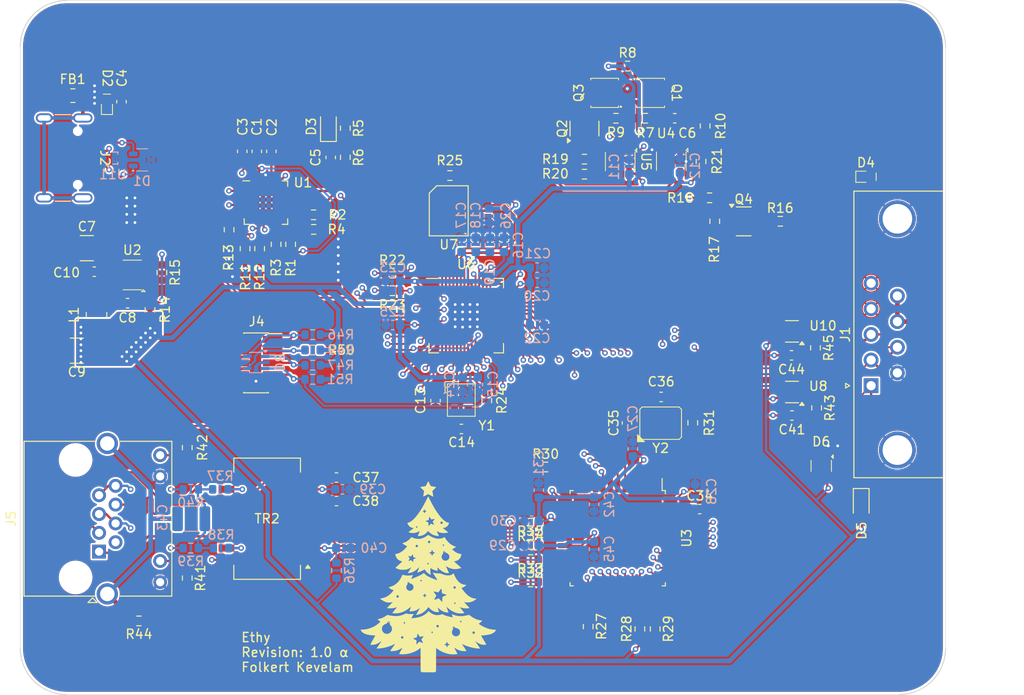
<source format=kicad_pcb>
(kicad_pcb
	(version 20241229)
	(generator "pcbnew")
	(generator_version "9.0")
	(general
		(thickness 1.6)
		(legacy_teardrops no)
	)
	(paper "A4")
	(layers
		(0 "F.Cu" signal)
		(4 "In1.Cu" signal)
		(6 "In2.Cu" signal)
		(2 "B.Cu" signal)
		(9 "F.Adhes" user "F.Adhesive")
		(11 "B.Adhes" user "B.Adhesive")
		(13 "F.Paste" user)
		(15 "B.Paste" user)
		(5 "F.SilkS" user "F.Silkscreen")
		(7 "B.SilkS" user "B.Silkscreen")
		(1 "F.Mask" user)
		(3 "B.Mask" user)
		(17 "Dwgs.User" user "User.Drawings")
		(19 "Cmts.User" user "User.Comments")
		(21 "Eco1.User" user "User.Eco1")
		(23 "Eco2.User" user "User.Eco2")
		(25 "Edge.Cuts" user)
		(27 "Margin" user)
		(31 "F.CrtYd" user "F.Courtyard")
		(29 "B.CrtYd" user "B.Courtyard")
		(35 "F.Fab" user)
		(33 "B.Fab" user)
		(39 "User.1" user)
		(41 "User.2" user)
		(43 "User.3" user)
		(45 "User.4" user)
	)
	(setup
		(stackup
			(layer "F.SilkS"
				(type "Top Silk Screen")
			)
			(layer "F.Paste"
				(type "Top Solder Paste")
			)
			(layer "F.Mask"
				(type "Top Solder Mask")
				(thickness 0.01)
			)
			(layer "F.Cu"
				(type "copper")
				(thickness 0.035)
			)
			(layer "dielectric 1"
				(type "prepreg")
				(thickness 0.1)
				(material "FR4")
				(epsilon_r 4.5)
				(loss_tangent 0.02)
			)
			(layer "In1.Cu"
				(type "copper")
				(thickness 0.035)
			)
			(layer "dielectric 2"
				(type "core")
				(thickness 1.24)
				(material "FR4")
				(epsilon_r 4.5)
				(loss_tangent 0.02)
			)
			(layer "In2.Cu"
				(type "copper")
				(thickness 0.035)
			)
			(layer "dielectric 3"
				(type "prepreg")
				(thickness 0.1)
				(material "FR4")
				(epsilon_r 4.5)
				(loss_tangent 0.02)
			)
			(layer "B.Cu"
				(type "copper")
				(thickness 0.035)
			)
			(layer "B.Mask"
				(type "Bottom Solder Mask")
				(thickness 0.01)
			)
			(layer "B.Paste"
				(type "Bottom Solder Paste")
			)
			(layer "B.SilkS"
				(type "Bottom Silk Screen")
			)
			(copper_finish "None")
			(dielectric_constraints no)
		)
		(pad_to_mask_clearance 0)
		(allow_soldermask_bridges_in_footprints no)
		(tenting front back)
		(pcbplotparams
			(layerselection 0x00000000_00000000_55555555_5755f5ff)
			(plot_on_all_layers_selection 0x00000000_00000000_00000000_00000000)
			(disableapertmacros no)
			(usegerberextensions no)
			(usegerberattributes yes)
			(usegerberadvancedattributes yes)
			(creategerberjobfile yes)
			(dashed_line_dash_ratio 12.000000)
			(dashed_line_gap_ratio 3.000000)
			(svgprecision 4)
			(plotframeref no)
			(mode 1)
			(useauxorigin no)
			(hpglpennumber 1)
			(hpglpenspeed 20)
			(hpglpendiameter 15.000000)
			(pdf_front_fp_property_popups yes)
			(pdf_back_fp_property_popups yes)
			(pdf_metadata yes)
			(pdf_single_document no)
			(dxfpolygonmode yes)
			(dxfimperialunits yes)
			(dxfusepcbnewfont yes)
			(psnegative no)
			(psa4output no)
			(plot_black_and_white yes)
			(sketchpadsonfab no)
			(plotpadnumbers no)
			(hidednponfab no)
			(sketchdnponfab yes)
			(crossoutdnponfab yes)
			(subtractmaskfromsilk no)
			(outputformat 1)
			(mirror no)
			(drillshape 0)
			(scaleselection 1)
			(outputdirectory "output/")
		)
	)
	(net 0 "")
	(net 1 "/Power/2v7")
	(net 2 "GND")
	(net 3 "Net-(U1-VREG_1V2)")
	(net 4 "Net-(U1-VDD)")
	(net 5 "/Power/Vbus")
	(net 6 "Net-(D3-K)")
	(net 7 "Net-(C6-Pad1)")
	(net 8 "+VDC")
	(net 9 "Net-(U2-CB)")
	(net 10 "Net-(U2-SW)")
	(net 11 "+3V3")
	(net 12 "Net-(U6-Xin)")
	(net 13 "Net-(C14-Pad2)")
	(net 14 "+1V1")
	(net 15 "Net-(U3-Vcap)")
	(net 16 "Net-(U3-OSC1)")
	(net 17 "Net-(C36-Pad1)")
	(net 18 "MAG_IN+")
	(net 19 "TPIN+")
	(net 20 "MAG_IN-")
	(net 21 "TPIN-")
	(net 22 "MAG_IN_Center")
	(net 23 "MAG_OUT_Center")
	(net 24 "Net-(C43-Pad2)")
	(net 25 "GNDPWR")
	(net 26 "/Power/CC2")
	(net 27 "/Power/CC1")
	(net 28 "Net-(D5-K)")
	(net 29 "DATA_LED")
	(net 30 "sense_2_proc")
	(net 31 "sense_1_proc")
	(net 32 "CLK_LED")
	(net 33 "/P3")
	(net 34 "/P4")
	(net 35 "/P2")
	(net 36 "/P1")
	(net 37 "Net-(J2-SHIELD)")
	(net 38 "Net-(U11-D+)")
	(net 39 "Net-(U11-D-)")
	(net 40 "RX+")
	(net 41 "TX-")
	(net 42 "Net-(J5-Pad10)")
	(net 43 "Net-(J5-Pad7)")
	(net 44 "Net-(J5-Pad4)")
	(net 45 "RX-")
	(net 46 "Net-(J5-Pad12)")
	(net 47 "TX+")
	(net 48 "Net-(Q1-Pad4)")
	(net 49 "Net-(Q2-G)")
	(net 50 "Net-(Q2-D)")
	(net 51 "Net-(Q4-D)")
	(net 52 "Net-(Q4-G)")
	(net 53 "Net-(U1-ADDR0)")
	(net 54 "Net-(U1-ADDR1)")
	(net 55 "Net-(U1-VBUS_VS_DISCH)")
	(net 56 "/Power/DISCH")
	(net 57 "SCL")
	(net 58 "SDA")
	(net 59 "RESET")
	(net 60 "Net-(U2-FB)")
	(net 61 "Discharge")
	(net 62 "Net-(R20-Pad2)")
	(net 63 "Net-(U1-VBUS_EN_SNK)")
	(net 64 "D-")
	(net 65 "D+")
	(net 66 "Net-(U6-Xout)")
	(net 67 "Net-(U6-QSPI_SS_N)")
	(net 68 "~{INT}")
	(net 69 "Net-(U3-PSPCFG0)")
	(net 70 "Net-(U3-Rbias)")
	(net 71 "Net-(U3-OSC2)")
	(net 72 "MAG_OUT+")
	(net 73 "MAG_OUT-")
	(net 74 "Net-(TR2-C_RX)")
	(net 75 "Net-(TR2-C_TX)")
	(net 76 "LED_B")
	(net 77 "LED_A")
	(net 78 "Net-(U6-SWCLK)")
	(net 79 "unconnected-(U1-POWER_OK3-Pad14)")
	(net 80 "unconnected-(U1-A_B_SIDE-Pad17)")
	(net 81 "unconnected-(U1-POWER_OK2-Pad20)")
	(net 82 "ALERT")
	(net 83 "unconnected-(U1-NC-Pad3)")
	(net 84 "unconnected-(U1-Attach-Pad11)")
	(net 85 "unconnected-(U1-GPIO-Pad15)")
	(net 86 "Net-(U3-AD3)")
	(net 87 "Net-(U3-AD12)")
	(net 88 "Net-(U3-AD14)")
	(net 89 "Net-(U3-AD10)")
	(net 90 "Net-(U3-AD5)")
	(net 91 "Net-(U3-AD9)")
	(net 92 "Net-(U3-AD4)")
	(net 93 "unconnected-(U3-CLKOUT-Pad23)")
	(net 94 "Net-(U3-AD2)")
	(net 95 "Net-(U3-AD11)")
	(net 96 "Net-(U3-AD8)")
	(net 97 "Net-(U3-AD13)")
	(net 98 "Net-(U3-AD1)")
	(net 99 "Net-(U3-AD0)")
	(net 100 "Net-(U3-AD6)")
	(net 101 "Net-(U3-AD7)")
	(net 102 "Net-(U4-Pad4)")
	(net 103 "Enable")
	(net 104 "Net-(U6-QSPI_SD2)")
	(net 105 "Net-(U6-QSPI_SD1)")
	(net 106 "MEAS_1")
	(net 107 "MEAS_2")
	(net 108 "Net-(U6-QSPI_SD3)")
	(net 109 "Net-(U6-QSPI_SCLK)")
	(net 110 "Net-(U6-QSPI_SD0)")
	(net 111 "Net-(U3-SI{slash}RD{slash}R~{W})")
	(net 112 "Net-(U3-~{CS}{slash}CS)")
	(net 113 "Net-(U3-SO{slash}WR{slash}EN)")
	(net 114 "Net-(U3-SCK{slash}AL)")
	(footprint "Resistor_SMD:R_0603_1608Metric" (layer "F.Cu") (at 114.5662 87.7702 -90))
	(footprint "Capacitor_SMD:C_0603_1608Metric" (layer "F.Cu") (at 161.2632 105.8422 180))
	(footprint "Resistor_SMD:R_0603_1608Metric" (layer "F.Cu") (at 116.2934 89.8144 90))
	(footprint "Capacitor_SMD:C_1210_3225Metric" (layer "F.Cu") (at 98.1072 100.8384 180))
	(footprint "Resistor_SMD:R_0603_1608Metric" (layer "F.Cu") (at 147.1538 123.4186 180))
	(footprint "Pyllr_Package_DFN_QFN:QFN-56_1EP_7.75x7.75mm_P0.4mm_3.2x3.2mm" (layer "F.Cu") (at 140.2 97.0549))
	(footprint "Resistor_SMD:R_0603_1608Metric" (layer "F.Cu") (at 127.127 79.946 -90))
	(footprint "Capacitor_SMD:C_0603_1608Metric" (layer "F.Cu") (at 139.6728 109.3035))
	(footprint "Capacitor_SMD:C_0603_1608Metric" (layer "F.Cu") (at 136.8788 106.2425 90))
	(footprint "Capacitor_SMD:C_0603_1608Metric" (layer "F.Cu") (at 126.173 114.5544 180))
	(footprint "Resistor_SMD:R_0603_1608Metric" (layer "F.Cu") (at 167.0551 86.8616 -90))
	(footprint "Pyllr_Package_Crystal:CFPX-180" (layer "F.Cu") (at 161.2072 108.6752))
	(footprint "Resistor_SMD:R_0603_1608Metric" (layer "F.Cu") (at 156.3776 75.722))
	(footprint "Resistor_SMD:R_0603_1608Metric" (layer "F.Cu") (at 157.6354 70.0832))
	(footprint "Connector_Dsub:DSUB-9_Pins_Horizontal_P2.77x2.84mm_EdgePinOffset4.94mm_Housed_MountingHolesOffset4.94mm" (layer "F.Cu") (at 183.9528 104.624388 90))
	(footprint "Pyllr_Package_SO:SOIC-8_5.28x5.28mm_P1.27mm" (layer "F.Cu") (at 138.303 85.725))
	(footprint "Capacitor_SMD:C_0603_1608Metric" (layer "F.Cu") (at 117.5634 79.2988 90))
	(footprint "Package_TO_SOT_SMD:SOT-353_SC-70-5" (layer "F.Cu") (at 175.3994 105.3084 180))
	(footprint "Resistor_SMD:R_0603_1608Metric" (layer "F.Cu") (at 106.0196 96.4306 90))
	(footprint "Resistor_SMD:R_0603_1608Metric" (layer "F.Cu") (at 147.1538 125.8316))
	(footprint "Resistor_SMD:R_0603_1608Metric" (layer "F.Cu") (at 147.1408 119.4816 180))
	(footprint "Capacitor_SMD:C_0603_1608Metric" (layer "F.Cu") (at 175.3994 107.8484))
	(footprint "Capacitor_SMD:C_0603_1608Metric" (layer "F.Cu") (at 157.5672 108.6492 90))
	(footprint "Package_TO_SOT_SMD:SOT-353_SC-70-5" (layer "F.Cu") (at 175.3994 98.7552 180))
	(footprint "Resistor_SMD:R_0603_1608Metric" (layer "F.Cu") (at 166.4963 84.3216 180))
	(footprint "Resistor_SMD:R_0603_1608Metric" (layer "F.Cu") (at 117.8682 89.8144 90))
	(footprint "Capacitor_SMD:C_0603_1608Metric" (layer "F.Cu") (at 115.9886 79.2988 90))
	(footprint "Resistor_SMD:R_0603_1608Metric" (layer "F.Cu") (at 165.5724 80.3956 90))
	(footprint "Diode_SMD:D_SOD-323" (layer "F.Cu") (at 125.2982 76.6222 90))
	(footprint "Capacitor_SMD:C_0603_1608Metric" (layer "F.Cu") (at 125.5522 79.9582 -90))
	(footprint "Capacitor_SMD:C_0603_1608Metric" (layer "F.Cu") (at 162.7284 75.722))
	(footprint "Capacitor_SMD:C_0603_1608Metric" (layer "F.Cu") (at 103.5954 95.7076 180))
	(footprint "Resistor_SMD:R_0603_1608Metric" (layer "F.Cu") (at 158.9648 130.9116 90))
	(footprint "Pyllr_Package_TO_SOT_SMD:SOT23-5_2.6W" (layer "F.Cu") (at 156.8348 80.3956 -90))
	(footprint "Package_TO_SOT_SMD:SOT-23-3" (layer "F.Cu") (at 170.1855 86.868))
	(footprint "Resistor_SMD:R_0805_2012Metric" (layer "F.Cu") (at 97.6865 73.279 180))
	(footprint "Resistor_SMD:R_0603_1608Metric" (layer "F.Cu") (at 160.6158 130.9116 -90))
	(footprint "Pyllr_Package_SON:PowerDI3333-8-UX" (layer "F.Cu") (at 155.1584 72.9788 90))
	(footprint "Resistor_SMD:R_0603_1608Metric" (layer "F.Cu") (at 148.781 113.411 180))
	(footprint "Resistor_SMD:R_0603_1608Metric"
		(layer "F.Cu")
		(uuid "672e0f4f-726f-4e8a-8f4c-132e80e464ba")
		(at 132.207 92.456)
		(descr "Resistor SMD 0603 (1608 Metric), square (rectangular) end terminal, IPC-7351 nominal, (Body size source: IPC-SM-782 page 72, https://www.pcb-3d.com/wordpress/wp-content/uploads/ipc-sm-782a_amendment_1_and_2.pdf), generated with kicad-footprint-generator")
		(tags "resistor")
		(property "Reference" "R22"
			(at 0 -1.397 0)
			(layer "F.SilkS")
			(uuid "e00ccd60-e646-401d-bfb2-28230593d61f")
			(effects
				(font
					(size 1 1)
					(thickness 0.15)
				)
			)
		)
		(property "Value" "27R4"
			(at 0 1.43 0)
			(layer "F.Fab")
			(uuid "17d882f9-6d54-4c82-be24-b56f4bb33475")
			(effects
				(font

... [2113556 chars truncated]
</source>
